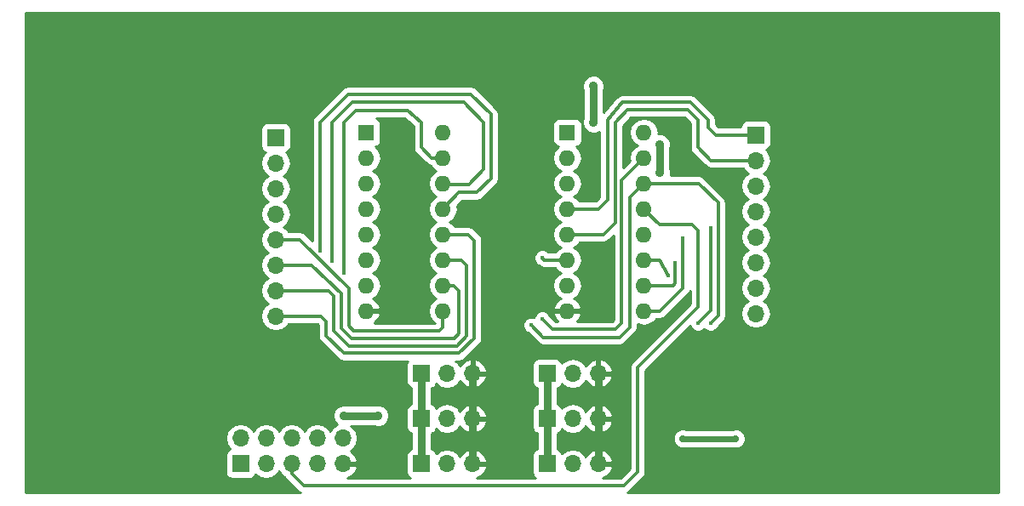
<source format=gbl>
G04 #@! TF.FileFunction,Copper,L2,Bot,Signal*
%FSLAX46Y46*%
G04 Gerber Fmt 4.6, Leading zero omitted, Abs format (unit mm)*
G04 Created by KiCad (PCBNEW 4.0.7) date 10/28/18 02:33:58*
%MOMM*%
%LPD*%
G01*
G04 APERTURE LIST*
%ADD10C,0.100000*%
%ADD11R,1.600000X1.600000*%
%ADD12O,1.600000X1.600000*%
%ADD13R,1.700000X1.700000*%
%ADD14O,1.700000X1.700000*%
%ADD15C,0.900000*%
%ADD16C,0.400000*%
%ADD17C,0.700000*%
%ADD18C,0.800000*%
%ADD19C,0.300000*%
%ADD20C,0.250000*%
%ADD21C,0.600000*%
%ADD22C,0.254000*%
G04 APERTURE END LIST*
D10*
D11*
X148500000Y-98500000D03*
D12*
X156120000Y-116280000D03*
X148500000Y-101040000D03*
X156120000Y-113740000D03*
X148500000Y-103580000D03*
X156120000Y-111200000D03*
X148500000Y-106120000D03*
X156120000Y-108660000D03*
X148500000Y-108660000D03*
X156120000Y-106120000D03*
X148500000Y-111200000D03*
X156120000Y-103580000D03*
X148500000Y-113740000D03*
X156120000Y-101040000D03*
X148500000Y-116280000D03*
X156120000Y-98500000D03*
D13*
X166500000Y-122500000D03*
D14*
X169040000Y-122500000D03*
X171580000Y-122500000D03*
D13*
X166500000Y-127000000D03*
D14*
X169040000Y-127000000D03*
X171580000Y-127000000D03*
D13*
X166500000Y-131500000D03*
D14*
X169040000Y-131500000D03*
X171580000Y-131500000D03*
D13*
X187250000Y-98750000D03*
D14*
X187250000Y-101290000D03*
X187250000Y-103830000D03*
X187250000Y-106370000D03*
X187250000Y-108910000D03*
X187250000Y-111450000D03*
X187250000Y-113990000D03*
X187250000Y-116530000D03*
D13*
X139500000Y-99000000D03*
D14*
X139500000Y-101540000D03*
X139500000Y-104080000D03*
X139500000Y-106620000D03*
X139500000Y-109160000D03*
X139500000Y-111700000D03*
X139500000Y-114240000D03*
X139500000Y-116780000D03*
D11*
X168500000Y-98500000D03*
D12*
X176120000Y-116280000D03*
X168500000Y-101040000D03*
X176120000Y-113740000D03*
X168500000Y-103580000D03*
X176120000Y-111200000D03*
X168500000Y-106120000D03*
X176120000Y-108660000D03*
X168500000Y-108660000D03*
X176120000Y-106120000D03*
X168500000Y-111200000D03*
X176120000Y-103580000D03*
X168500000Y-113740000D03*
X176120000Y-101040000D03*
X168500000Y-116280000D03*
X176120000Y-98500000D03*
D13*
X136000000Y-131500000D03*
D14*
X136000000Y-128960000D03*
X138540000Y-131500000D03*
X138540000Y-128960000D03*
X141080000Y-131500000D03*
X141080000Y-128960000D03*
X143620000Y-131500000D03*
X143620000Y-128960000D03*
X146160000Y-131500000D03*
X146160000Y-128960000D03*
D13*
X154000000Y-122500000D03*
D14*
X156540000Y-122500000D03*
X159080000Y-122500000D03*
D13*
X154000000Y-127000000D03*
D14*
X156540000Y-127000000D03*
X159080000Y-127000000D03*
D13*
X154000000Y-131500000D03*
D14*
X156540000Y-131500000D03*
X159080000Y-131500000D03*
D15*
X171100000Y-93900000D03*
X171100000Y-97500000D03*
X146300000Y-126700000D03*
X149700000Y-126700000D03*
X177700000Y-99700000D03*
X177700000Y-102500000D03*
X149500000Y-124100000D03*
X179800000Y-101700000D03*
X162750000Y-100250000D03*
X134700000Y-91300000D03*
X191750000Y-91000000D03*
X193000000Y-130750000D03*
X193000000Y-127500000D03*
X196500000Y-126750000D03*
X196500000Y-121750000D03*
X196500000Y-116750000D03*
X196500000Y-111750000D03*
X196500000Y-106750000D03*
X196500000Y-101750000D03*
X196500000Y-91750000D03*
X196500000Y-96750000D03*
X130750000Y-125000000D03*
X130750000Y-120000000D03*
X130750000Y-115000000D03*
X130750000Y-110000000D03*
X130750000Y-105000000D03*
X130750000Y-100000000D03*
X130750000Y-95000000D03*
X130750000Y-90250000D03*
D16*
X146300000Y-112500000D03*
X166000000Y-117100000D03*
X182750000Y-108000000D03*
X181500000Y-117500000D03*
X145100000Y-111300000D03*
X164900000Y-117700000D03*
X182750000Y-117500000D03*
X166000000Y-111000000D03*
X180000000Y-109000000D03*
X179250000Y-111500000D03*
X178500000Y-112750000D03*
X143900000Y-110300000D03*
D17*
X185250000Y-129000000D03*
X180000000Y-129000000D03*
D18*
X171100000Y-97500000D02*
X171100000Y-93900000D01*
X146300000Y-126700000D02*
X149700000Y-126700000D01*
X177700000Y-102500000D02*
X177700000Y-99700000D01*
X154000000Y-131500000D02*
X154000000Y-127000000D01*
X166500000Y-131500000D02*
X166500000Y-127000000D01*
X166500000Y-122500000D02*
X166500000Y-127000000D01*
X154000000Y-122500000D02*
X154000000Y-127000000D01*
X171580000Y-127000000D02*
X171580000Y-131500000D01*
X171580000Y-122500000D02*
X171580000Y-127000000D01*
X159080000Y-127000000D02*
X159080000Y-131500000D01*
X159080000Y-122500000D02*
X159080000Y-127000000D01*
D19*
X153984726Y-97517421D02*
X153984726Y-99984726D01*
X146300000Y-112500000D02*
X146300000Y-97500000D01*
X146300000Y-97500000D02*
X147500000Y-96300000D01*
X147500000Y-96300000D02*
X152597846Y-96301464D01*
X152597846Y-96301464D02*
X153984726Y-97517421D01*
X155040000Y-101040000D02*
X156120000Y-101040000D01*
X153984726Y-99984726D02*
X155040000Y-101040000D01*
X166000000Y-117100000D02*
X167000000Y-118100000D01*
X167000000Y-118100000D02*
X173300000Y-118100000D01*
X173300000Y-118100000D02*
X173900000Y-117500000D01*
X173900000Y-117500000D02*
X173900000Y-103260000D01*
X173900000Y-103260000D02*
X176120000Y-101040000D01*
X182750000Y-116250000D02*
X182750000Y-108000000D01*
X181500000Y-117500000D02*
X182750000Y-116250000D01*
X156240000Y-103700000D02*
X158700000Y-103700000D01*
X160169649Y-102210266D02*
X158700000Y-103700000D01*
X160201227Y-97492059D02*
X160169649Y-102210266D01*
X158250000Y-95500000D02*
X160201227Y-97492059D01*
X147100000Y-95500000D02*
X158250000Y-95500000D01*
X145100000Y-97500000D02*
X147100000Y-95500000D01*
X145100000Y-97900000D02*
X145100000Y-97500000D01*
X145100000Y-111300000D02*
X145100000Y-97900000D01*
X156240000Y-103700000D02*
X156120000Y-103580000D01*
X174700000Y-105000000D02*
X176120000Y-103580000D01*
X174700000Y-117900000D02*
X174700000Y-105000000D01*
X173700000Y-118900000D02*
X174700000Y-117900000D01*
X166100000Y-118900000D02*
X173700000Y-118900000D01*
X164900000Y-117700000D02*
X166100000Y-118900000D01*
X182750000Y-117500000D02*
X183500000Y-116750000D01*
X183500000Y-116750000D02*
X183500000Y-105500000D01*
X183500000Y-105500000D02*
X181580000Y-103580000D01*
X181580000Y-103580000D02*
X176120000Y-103580000D01*
D20*
X176080000Y-103580000D02*
X176120000Y-103580000D01*
D19*
X187250000Y-98750000D02*
X183250000Y-98750000D01*
X171630000Y-106120000D02*
X168500000Y-106120000D01*
X172500000Y-105250000D02*
X171630000Y-106120000D01*
X172500000Y-97250000D02*
X172500000Y-105250000D01*
X174000000Y-95500000D02*
X172500000Y-97250000D01*
X180750000Y-95500000D02*
X174000000Y-95500000D01*
X182500000Y-97250000D02*
X180750000Y-95500000D01*
X182500000Y-98000000D02*
X182500000Y-97250000D01*
X183250000Y-98750000D02*
X182500000Y-98000000D01*
X187250000Y-101290000D02*
X182790000Y-101290000D01*
X172090000Y-108660000D02*
X168500000Y-108660000D01*
X173250000Y-107500000D02*
X172090000Y-108660000D01*
X173250000Y-97500000D02*
X173250000Y-107500000D01*
X174500000Y-96250000D02*
X173250000Y-97500000D01*
X180500000Y-96250000D02*
X174500000Y-96250000D01*
X181500000Y-97250000D02*
X180500000Y-96250000D01*
X181500000Y-100000000D02*
X181500000Y-97250000D01*
X182790000Y-101290000D02*
X181500000Y-100000000D01*
X166200000Y-111200000D02*
X168500000Y-111200000D01*
X166000000Y-111000000D02*
X166200000Y-111200000D01*
X177720000Y-116280000D02*
X176120000Y-116280000D01*
X180000000Y-114000000D02*
X177720000Y-116280000D01*
X180000000Y-109250000D02*
X180000000Y-114000000D01*
X180000000Y-109000000D02*
X180000000Y-109250000D01*
X179010000Y-113740000D02*
X176120000Y-113740000D01*
X179250000Y-113500000D02*
X179010000Y-113740000D01*
X179250000Y-111500000D02*
X179250000Y-113500000D01*
X177700000Y-111200000D02*
X176870000Y-111200000D01*
X178500000Y-112750000D02*
X177700000Y-111200000D01*
X139500000Y-109160000D02*
X141910000Y-109160000D01*
X156120000Y-117880000D02*
X156120000Y-116280000D01*
X155750000Y-118250000D02*
X156120000Y-117880000D01*
X147250000Y-118250000D02*
X155750000Y-118250000D01*
X146750000Y-117750000D02*
X147250000Y-118250000D01*
X146750000Y-114000000D02*
X146750000Y-117750000D01*
X141910000Y-109160000D02*
X146750000Y-114000000D01*
X139500000Y-111700000D02*
X143100000Y-111700000D01*
X157240000Y-113740000D02*
X156120000Y-113740000D01*
X157750000Y-114250000D02*
X157240000Y-113740000D01*
X157750000Y-118500000D02*
X157750000Y-114250000D01*
X157250000Y-119000000D02*
X157750000Y-118500000D01*
X147000000Y-119000000D02*
X157250000Y-119000000D01*
X146000000Y-118000000D02*
X147000000Y-119000000D01*
X146000000Y-114500000D02*
X146000000Y-118000000D01*
X143100000Y-111700000D02*
X146000000Y-114500000D01*
D20*
X139500000Y-111700000D02*
X139500000Y-112250000D01*
D19*
X139500000Y-114240000D02*
X144740000Y-114240000D01*
X157950000Y-111200000D02*
X156120000Y-111200000D01*
X158500000Y-111750000D02*
X157950000Y-111200000D01*
X158500000Y-118750000D02*
X158500000Y-111750000D01*
X157500000Y-119750000D02*
X158500000Y-118750000D01*
X146750000Y-119750000D02*
X157500000Y-119750000D01*
X145250000Y-118250000D02*
X146750000Y-119750000D01*
X145250000Y-114750000D02*
X145250000Y-118250000D01*
X144740000Y-114240000D02*
X145250000Y-114750000D01*
D20*
X139500000Y-114240000D02*
X139990000Y-114240000D01*
D19*
X139500000Y-116780000D02*
X143970000Y-116780000D01*
X158660000Y-108660000D02*
X156120000Y-108660000D01*
X159250000Y-109250000D02*
X158660000Y-108660000D01*
X159250000Y-119000000D02*
X159250000Y-109250000D01*
X157750000Y-120500000D02*
X159250000Y-119000000D01*
X146250000Y-120500000D02*
X157750000Y-120500000D01*
X144500000Y-118750000D02*
X146250000Y-120500000D01*
X144500000Y-117310000D02*
X144500000Y-118750000D01*
X143970000Y-116780000D02*
X144500000Y-117310000D01*
X141080000Y-131500000D02*
X141080000Y-132480000D01*
X177700000Y-107700000D02*
X176120000Y-106120000D01*
X180900000Y-107700000D02*
X177700000Y-107700000D01*
X181500000Y-108300000D02*
X180900000Y-107700000D01*
X181500000Y-115900000D02*
X181500000Y-108300000D01*
X175500000Y-121900000D02*
X181500000Y-115900000D01*
X175500000Y-132300000D02*
X175500000Y-121900000D01*
X174100000Y-133700000D02*
X175500000Y-132300000D01*
X142300000Y-133700000D02*
X174100000Y-133700000D01*
X141080000Y-132480000D02*
X142300000Y-133700000D01*
X157740000Y-104500000D02*
X156120000Y-106120000D01*
X159500000Y-104500000D02*
X157740000Y-104500000D01*
X160900000Y-103100000D02*
X159500000Y-104500000D01*
X160900000Y-96700000D02*
X160900000Y-103100000D01*
X158900000Y-94700000D02*
X160900000Y-96700000D01*
X146700000Y-94700000D02*
X158900000Y-94700000D01*
X143900000Y-97500000D02*
X146700000Y-94700000D01*
X143900000Y-110300000D02*
X143900000Y-97500000D01*
D21*
X180000000Y-129000000D02*
X185250000Y-129000000D01*
D22*
G36*
X211373000Y-134373000D02*
X174478597Y-134373000D01*
X174655079Y-134255079D01*
X176055079Y-132855079D01*
X176225245Y-132600407D01*
X176285000Y-132300000D01*
X176285000Y-129195069D01*
X179014830Y-129195069D01*
X179164471Y-129557229D01*
X179441314Y-129834555D01*
X179803212Y-129984828D01*
X180195069Y-129985170D01*
X180316490Y-129935000D01*
X184933213Y-129935000D01*
X185053212Y-129984828D01*
X185445069Y-129985170D01*
X185807229Y-129835529D01*
X186084555Y-129558686D01*
X186234828Y-129196788D01*
X186235170Y-128804931D01*
X186085529Y-128442771D01*
X185808686Y-128165445D01*
X185446788Y-128015172D01*
X185054931Y-128014830D01*
X184933510Y-128065000D01*
X180316787Y-128065000D01*
X180196788Y-128015172D01*
X179804931Y-128014830D01*
X179442771Y-128164471D01*
X179165445Y-128441314D01*
X179015172Y-128803212D01*
X179014830Y-129195069D01*
X176285000Y-129195069D01*
X176285000Y-122225158D01*
X180717466Y-117792692D01*
X180791708Y-117972372D01*
X181026393Y-118207466D01*
X181333179Y-118334855D01*
X181665363Y-118335145D01*
X181972372Y-118208292D01*
X182125060Y-118055869D01*
X182276393Y-118207466D01*
X182583179Y-118334855D01*
X182915363Y-118335145D01*
X183222372Y-118208292D01*
X183457466Y-117973607D01*
X183507822Y-117852336D01*
X184055079Y-117305079D01*
X184225245Y-117050407D01*
X184285000Y-116750000D01*
X184285000Y-105500000D01*
X184245298Y-105300407D01*
X184225245Y-105199593D01*
X184055079Y-104944921D01*
X182135079Y-103024921D01*
X181880407Y-102854755D01*
X181580000Y-102795000D01*
X178752326Y-102795000D01*
X178784811Y-102716767D01*
X178785188Y-102285127D01*
X178735000Y-102163663D01*
X178735000Y-100036725D01*
X178784811Y-99916767D01*
X178785188Y-99485127D01*
X178620354Y-99086200D01*
X178315405Y-98780718D01*
X177916767Y-98615189D01*
X177560262Y-98614878D01*
X177583113Y-98500000D01*
X177473880Y-97950849D01*
X177162811Y-97485302D01*
X176697264Y-97174233D01*
X176148113Y-97065000D01*
X176091887Y-97065000D01*
X175542736Y-97174233D01*
X175077189Y-97485302D01*
X174766120Y-97950849D01*
X174656887Y-98500000D01*
X174766120Y-99049151D01*
X175077189Y-99514698D01*
X175459275Y-99770000D01*
X175077189Y-100025302D01*
X174766120Y-100490849D01*
X174656887Y-101040000D01*
X174715446Y-101334396D01*
X174035000Y-102014842D01*
X174035000Y-97825158D01*
X174825158Y-97035000D01*
X180174842Y-97035000D01*
X180715000Y-97575158D01*
X180715000Y-100000000D01*
X180774755Y-100300407D01*
X180944921Y-100555079D01*
X182234919Y-101845076D01*
X182234921Y-101845079D01*
X182489594Y-102015245D01*
X182790000Y-102075000D01*
X185993750Y-102075000D01*
X186170853Y-102340054D01*
X186500026Y-102560000D01*
X186170853Y-102779946D01*
X185848946Y-103261715D01*
X185735907Y-103830000D01*
X185848946Y-104398285D01*
X186170853Y-104880054D01*
X186500026Y-105100000D01*
X186170853Y-105319946D01*
X185848946Y-105801715D01*
X185735907Y-106370000D01*
X185848946Y-106938285D01*
X186170853Y-107420054D01*
X186500026Y-107640000D01*
X186170853Y-107859946D01*
X185848946Y-108341715D01*
X185735907Y-108910000D01*
X185848946Y-109478285D01*
X186170853Y-109960054D01*
X186500026Y-110180000D01*
X186170853Y-110399946D01*
X185848946Y-110881715D01*
X185735907Y-111450000D01*
X185848946Y-112018285D01*
X186170853Y-112500054D01*
X186500026Y-112720000D01*
X186170853Y-112939946D01*
X185848946Y-113421715D01*
X185735907Y-113990000D01*
X185848946Y-114558285D01*
X186170853Y-115040054D01*
X186500026Y-115260000D01*
X186170853Y-115479946D01*
X185848946Y-115961715D01*
X185735907Y-116530000D01*
X185848946Y-117098285D01*
X186170853Y-117580054D01*
X186652622Y-117901961D01*
X187220907Y-118015000D01*
X187279093Y-118015000D01*
X187847378Y-117901961D01*
X188329147Y-117580054D01*
X188651054Y-117098285D01*
X188764093Y-116530000D01*
X188651054Y-115961715D01*
X188329147Y-115479946D01*
X187999974Y-115260000D01*
X188329147Y-115040054D01*
X188651054Y-114558285D01*
X188764093Y-113990000D01*
X188651054Y-113421715D01*
X188329147Y-112939946D01*
X187999974Y-112720000D01*
X188329147Y-112500054D01*
X188651054Y-112018285D01*
X188764093Y-111450000D01*
X188651054Y-110881715D01*
X188329147Y-110399946D01*
X187999974Y-110180000D01*
X188329147Y-109960054D01*
X188651054Y-109478285D01*
X188764093Y-108910000D01*
X188651054Y-108341715D01*
X188329147Y-107859946D01*
X187999974Y-107640000D01*
X188329147Y-107420054D01*
X188651054Y-106938285D01*
X188764093Y-106370000D01*
X188651054Y-105801715D01*
X188329147Y-105319946D01*
X187999974Y-105100000D01*
X188329147Y-104880054D01*
X188651054Y-104398285D01*
X188764093Y-103830000D01*
X188651054Y-103261715D01*
X188329147Y-102779946D01*
X187999974Y-102560000D01*
X188329147Y-102340054D01*
X188651054Y-101858285D01*
X188764093Y-101290000D01*
X188651054Y-100721715D01*
X188329147Y-100239946D01*
X188287548Y-100212150D01*
X188335317Y-100203162D01*
X188551441Y-100064090D01*
X188696431Y-99851890D01*
X188747440Y-99600000D01*
X188747440Y-97900000D01*
X188703162Y-97664683D01*
X188564090Y-97448559D01*
X188351890Y-97303569D01*
X188100000Y-97252560D01*
X186400000Y-97252560D01*
X186164683Y-97296838D01*
X185948559Y-97435910D01*
X185803569Y-97648110D01*
X185752560Y-97900000D01*
X185752560Y-97965000D01*
X183575158Y-97965000D01*
X183285000Y-97674842D01*
X183285000Y-97250000D01*
X183225245Y-96949594D01*
X183055079Y-96694921D01*
X181305079Y-94944921D01*
X181050407Y-94774755D01*
X180750000Y-94715000D01*
X174000000Y-94715000D01*
X173970081Y-94720951D01*
X173939793Y-94717312D01*
X173820796Y-94750646D01*
X173699594Y-94774755D01*
X173674228Y-94791704D01*
X173644855Y-94799932D01*
X173547677Y-94876262D01*
X173444921Y-94944921D01*
X173427973Y-94970286D01*
X173403983Y-94989129D01*
X172135000Y-96469610D01*
X172135000Y-94236725D01*
X172184811Y-94116767D01*
X172185188Y-93685127D01*
X172020354Y-93286200D01*
X171715405Y-92980718D01*
X171316767Y-92815189D01*
X170885127Y-92814812D01*
X170486200Y-92979646D01*
X170180718Y-93284595D01*
X170015189Y-93683233D01*
X170014812Y-94114873D01*
X170065000Y-94236337D01*
X170065000Y-97163275D01*
X170015189Y-97283233D01*
X170014812Y-97714873D01*
X170179646Y-98113800D01*
X170484595Y-98419282D01*
X170883233Y-98584811D01*
X171314873Y-98585188D01*
X171713800Y-98420354D01*
X171715000Y-98419156D01*
X171715000Y-104924842D01*
X171304842Y-105335000D01*
X169696291Y-105335000D01*
X169542811Y-105105302D01*
X169160725Y-104850000D01*
X169542811Y-104594698D01*
X169853880Y-104129151D01*
X169963113Y-103580000D01*
X169853880Y-103030849D01*
X169542811Y-102565302D01*
X169160725Y-102310000D01*
X169542811Y-102054698D01*
X169853880Y-101589151D01*
X169963113Y-101040000D01*
X169853880Y-100490849D01*
X169542811Y-100025302D01*
X169398535Y-99928899D01*
X169535317Y-99903162D01*
X169751441Y-99764090D01*
X169896431Y-99551890D01*
X169947440Y-99300000D01*
X169947440Y-97700000D01*
X169903162Y-97464683D01*
X169764090Y-97248559D01*
X169551890Y-97103569D01*
X169300000Y-97052560D01*
X167700000Y-97052560D01*
X167464683Y-97096838D01*
X167248559Y-97235910D01*
X167103569Y-97448110D01*
X167052560Y-97700000D01*
X167052560Y-99300000D01*
X167096838Y-99535317D01*
X167235910Y-99751441D01*
X167448110Y-99896431D01*
X167603089Y-99927815D01*
X167457189Y-100025302D01*
X167146120Y-100490849D01*
X167036887Y-101040000D01*
X167146120Y-101589151D01*
X167457189Y-102054698D01*
X167839275Y-102310000D01*
X167457189Y-102565302D01*
X167146120Y-103030849D01*
X167036887Y-103580000D01*
X167146120Y-104129151D01*
X167457189Y-104594698D01*
X167839275Y-104850000D01*
X167457189Y-105105302D01*
X167146120Y-105570849D01*
X167036887Y-106120000D01*
X167146120Y-106669151D01*
X167457189Y-107134698D01*
X167839275Y-107390000D01*
X167457189Y-107645302D01*
X167146120Y-108110849D01*
X167036887Y-108660000D01*
X167146120Y-109209151D01*
X167457189Y-109674698D01*
X167839275Y-109930000D01*
X167457189Y-110185302D01*
X167303709Y-110415000D01*
X166595860Y-110415000D01*
X166473607Y-110292534D01*
X166166821Y-110165145D01*
X165834637Y-110164855D01*
X165527628Y-110291708D01*
X165292534Y-110526393D01*
X165165145Y-110833179D01*
X165164855Y-111165363D01*
X165291708Y-111472372D01*
X165526393Y-111707466D01*
X165651263Y-111759317D01*
X165899594Y-111925245D01*
X166200000Y-111985000D01*
X167303709Y-111985000D01*
X167457189Y-112214698D01*
X167839275Y-112470000D01*
X167457189Y-112725302D01*
X167146120Y-113190849D01*
X167036887Y-113740000D01*
X167146120Y-114289151D01*
X167457189Y-114754698D01*
X167861703Y-115024986D01*
X167644866Y-115127611D01*
X167268959Y-115542577D01*
X167108096Y-115930961D01*
X167230085Y-116153000D01*
X168373000Y-116153000D01*
X168373000Y-116133000D01*
X168627000Y-116133000D01*
X168627000Y-116153000D01*
X169769915Y-116153000D01*
X169891904Y-115930961D01*
X169731041Y-115542577D01*
X169355134Y-115127611D01*
X169138297Y-115024986D01*
X169542811Y-114754698D01*
X169853880Y-114289151D01*
X169963113Y-113740000D01*
X169853880Y-113190849D01*
X169542811Y-112725302D01*
X169160725Y-112470000D01*
X169542811Y-112214698D01*
X169853880Y-111749151D01*
X169963113Y-111200000D01*
X169853880Y-110650849D01*
X169542811Y-110185302D01*
X169160725Y-109930000D01*
X169542811Y-109674698D01*
X169696291Y-109445000D01*
X172090000Y-109445000D01*
X172390407Y-109385245D01*
X172645079Y-109215079D01*
X173115000Y-108745158D01*
X173115000Y-117174842D01*
X172974842Y-117315000D01*
X169461474Y-117315000D01*
X169731041Y-117017423D01*
X169891904Y-116629039D01*
X169769915Y-116407000D01*
X168627000Y-116407000D01*
X168627000Y-116427000D01*
X168373000Y-116427000D01*
X168373000Y-116407000D01*
X167230085Y-116407000D01*
X167108096Y-116629039D01*
X167268959Y-117017423D01*
X167538526Y-117315000D01*
X167325158Y-117315000D01*
X166757937Y-116747779D01*
X166708292Y-116627628D01*
X166473607Y-116392534D01*
X166166821Y-116265145D01*
X165834637Y-116264855D01*
X165527628Y-116391708D01*
X165292534Y-116626393D01*
X165174781Y-116909974D01*
X165066821Y-116865145D01*
X164734637Y-116864855D01*
X164427628Y-116991708D01*
X164192534Y-117226393D01*
X164065145Y-117533179D01*
X164064855Y-117865363D01*
X164191708Y-118172372D01*
X164426393Y-118407466D01*
X164547664Y-118457822D01*
X165544921Y-119455079D01*
X165799593Y-119625245D01*
X166100000Y-119685000D01*
X173700000Y-119685000D01*
X174000407Y-119625245D01*
X174255079Y-119455079D01*
X175255079Y-118455079D01*
X175425245Y-118200406D01*
X175485001Y-117900000D01*
X175485000Y-117899995D01*
X175485000Y-117567189D01*
X175542736Y-117605767D01*
X176091887Y-117715000D01*
X176148113Y-117715000D01*
X176697264Y-117605767D01*
X177162811Y-117294698D01*
X177316291Y-117065000D01*
X177720000Y-117065000D01*
X178020407Y-117005245D01*
X178275079Y-116835079D01*
X180555079Y-114555079D01*
X180715000Y-114315739D01*
X180715000Y-115574842D01*
X174944921Y-121344921D01*
X174774755Y-121599593D01*
X174741228Y-121768144D01*
X174715000Y-121900000D01*
X174715000Y-131974842D01*
X173774842Y-132915000D01*
X172000813Y-132915000D01*
X172346924Y-132771645D01*
X172775183Y-132381358D01*
X173021486Y-131856892D01*
X172900819Y-131627000D01*
X171707000Y-131627000D01*
X171707000Y-131647000D01*
X171453000Y-131647000D01*
X171453000Y-131627000D01*
X171433000Y-131627000D01*
X171433000Y-131373000D01*
X171453000Y-131373000D01*
X171453000Y-130179845D01*
X171707000Y-130179845D01*
X171707000Y-131373000D01*
X172900819Y-131373000D01*
X173021486Y-131143108D01*
X172775183Y-130618642D01*
X172346924Y-130228355D01*
X171936890Y-130058524D01*
X171707000Y-130179845D01*
X171453000Y-130179845D01*
X171223110Y-130058524D01*
X170813076Y-130228355D01*
X170384817Y-130618642D01*
X170317702Y-130761553D01*
X170090054Y-130420853D01*
X169608285Y-130098946D01*
X169040000Y-129985907D01*
X168471715Y-130098946D01*
X167989946Y-130420853D01*
X167962150Y-130462452D01*
X167953162Y-130414683D01*
X167814090Y-130198559D01*
X167601890Y-130053569D01*
X167535000Y-130040023D01*
X167535000Y-128462630D01*
X167585317Y-128453162D01*
X167801441Y-128314090D01*
X167946431Y-128101890D01*
X167960086Y-128034459D01*
X167989946Y-128079147D01*
X168471715Y-128401054D01*
X169040000Y-128514093D01*
X169608285Y-128401054D01*
X170090054Y-128079147D01*
X170317702Y-127738447D01*
X170384817Y-127881358D01*
X170813076Y-128271645D01*
X171223110Y-128441476D01*
X171453000Y-128320155D01*
X171453000Y-127127000D01*
X171707000Y-127127000D01*
X171707000Y-128320155D01*
X171936890Y-128441476D01*
X172346924Y-128271645D01*
X172775183Y-127881358D01*
X173021486Y-127356892D01*
X172900819Y-127127000D01*
X171707000Y-127127000D01*
X171453000Y-127127000D01*
X171433000Y-127127000D01*
X171433000Y-126873000D01*
X171453000Y-126873000D01*
X171453000Y-125679845D01*
X171707000Y-125679845D01*
X171707000Y-126873000D01*
X172900819Y-126873000D01*
X173021486Y-126643108D01*
X172775183Y-126118642D01*
X172346924Y-125728355D01*
X171936890Y-125558524D01*
X171707000Y-125679845D01*
X171453000Y-125679845D01*
X171223110Y-125558524D01*
X170813076Y-125728355D01*
X170384817Y-126118642D01*
X170317702Y-126261553D01*
X170090054Y-125920853D01*
X169608285Y-125598946D01*
X169040000Y-125485907D01*
X168471715Y-125598946D01*
X167989946Y-125920853D01*
X167962150Y-125962452D01*
X167953162Y-125914683D01*
X167814090Y-125698559D01*
X167601890Y-125553569D01*
X167535000Y-125540023D01*
X167535000Y-123962630D01*
X167585317Y-123953162D01*
X167801441Y-123814090D01*
X167946431Y-123601890D01*
X167960086Y-123534459D01*
X167989946Y-123579147D01*
X168471715Y-123901054D01*
X169040000Y-124014093D01*
X169608285Y-123901054D01*
X170090054Y-123579147D01*
X170317702Y-123238447D01*
X170384817Y-123381358D01*
X170813076Y-123771645D01*
X171223110Y-123941476D01*
X171453000Y-123820155D01*
X171453000Y-122627000D01*
X171707000Y-122627000D01*
X171707000Y-123820155D01*
X171936890Y-123941476D01*
X172346924Y-123771645D01*
X172775183Y-123381358D01*
X173021486Y-122856892D01*
X172900819Y-122627000D01*
X171707000Y-122627000D01*
X171453000Y-122627000D01*
X171433000Y-122627000D01*
X171433000Y-122373000D01*
X171453000Y-122373000D01*
X171453000Y-121179845D01*
X171707000Y-121179845D01*
X171707000Y-122373000D01*
X172900819Y-122373000D01*
X173021486Y-122143108D01*
X172775183Y-121618642D01*
X172346924Y-121228355D01*
X171936890Y-121058524D01*
X171707000Y-121179845D01*
X171453000Y-121179845D01*
X171223110Y-121058524D01*
X170813076Y-121228355D01*
X170384817Y-121618642D01*
X170317702Y-121761553D01*
X170090054Y-121420853D01*
X169608285Y-121098946D01*
X169040000Y-120985907D01*
X168471715Y-121098946D01*
X167989946Y-121420853D01*
X167962150Y-121462452D01*
X167953162Y-121414683D01*
X167814090Y-121198559D01*
X167601890Y-121053569D01*
X167350000Y-121002560D01*
X165650000Y-121002560D01*
X165414683Y-121046838D01*
X165198559Y-121185910D01*
X165053569Y-121398110D01*
X165002560Y-121650000D01*
X165002560Y-123350000D01*
X165046838Y-123585317D01*
X165185910Y-123801441D01*
X165398110Y-123946431D01*
X165465000Y-123959977D01*
X165465000Y-125537370D01*
X165414683Y-125546838D01*
X165198559Y-125685910D01*
X165053569Y-125898110D01*
X165002560Y-126150000D01*
X165002560Y-127850000D01*
X165046838Y-128085317D01*
X165185910Y-128301441D01*
X165398110Y-128446431D01*
X165465000Y-128459977D01*
X165465000Y-130037370D01*
X165414683Y-130046838D01*
X165198559Y-130185910D01*
X165053569Y-130398110D01*
X165002560Y-130650000D01*
X165002560Y-132350000D01*
X165046838Y-132585317D01*
X165185910Y-132801441D01*
X165352109Y-132915000D01*
X159500813Y-132915000D01*
X159846924Y-132771645D01*
X160275183Y-132381358D01*
X160521486Y-131856892D01*
X160400819Y-131627000D01*
X159207000Y-131627000D01*
X159207000Y-131647000D01*
X158953000Y-131647000D01*
X158953000Y-131627000D01*
X158933000Y-131627000D01*
X158933000Y-131373000D01*
X158953000Y-131373000D01*
X158953000Y-130179845D01*
X159207000Y-130179845D01*
X159207000Y-131373000D01*
X160400819Y-131373000D01*
X160521486Y-131143108D01*
X160275183Y-130618642D01*
X159846924Y-130228355D01*
X159436890Y-130058524D01*
X159207000Y-130179845D01*
X158953000Y-130179845D01*
X158723110Y-130058524D01*
X158313076Y-130228355D01*
X157884817Y-130618642D01*
X157817702Y-130761553D01*
X157590054Y-130420853D01*
X157108285Y-130098946D01*
X156540000Y-129985907D01*
X155971715Y-130098946D01*
X155489946Y-130420853D01*
X155462150Y-130462452D01*
X155453162Y-130414683D01*
X155314090Y-130198559D01*
X155101890Y-130053569D01*
X155035000Y-130040023D01*
X155035000Y-128462630D01*
X155085317Y-128453162D01*
X155301441Y-128314090D01*
X155446431Y-128101890D01*
X155460086Y-128034459D01*
X155489946Y-128079147D01*
X155971715Y-128401054D01*
X156540000Y-128514093D01*
X157108285Y-128401054D01*
X157590054Y-128079147D01*
X157817702Y-127738447D01*
X157884817Y-127881358D01*
X158313076Y-128271645D01*
X158723110Y-128441476D01*
X158953000Y-128320155D01*
X158953000Y-127127000D01*
X159207000Y-127127000D01*
X159207000Y-128320155D01*
X159436890Y-128441476D01*
X159846924Y-128271645D01*
X160275183Y-127881358D01*
X160521486Y-127356892D01*
X160400819Y-127127000D01*
X159207000Y-127127000D01*
X158953000Y-127127000D01*
X158933000Y-127127000D01*
X158933000Y-126873000D01*
X158953000Y-126873000D01*
X158953000Y-125679845D01*
X159207000Y-125679845D01*
X159207000Y-126873000D01*
X160400819Y-126873000D01*
X160521486Y-126643108D01*
X160275183Y-126118642D01*
X159846924Y-125728355D01*
X159436890Y-125558524D01*
X159207000Y-125679845D01*
X158953000Y-125679845D01*
X158723110Y-125558524D01*
X158313076Y-125728355D01*
X157884817Y-126118642D01*
X157817702Y-126261553D01*
X157590054Y-125920853D01*
X157108285Y-125598946D01*
X156540000Y-125485907D01*
X155971715Y-125598946D01*
X155489946Y-125920853D01*
X155462150Y-125962452D01*
X155453162Y-125914683D01*
X155314090Y-125698559D01*
X155101890Y-125553569D01*
X155035000Y-125540023D01*
X155035000Y-123962630D01*
X155085317Y-123953162D01*
X155301441Y-123814090D01*
X155446431Y-123601890D01*
X155460086Y-123534459D01*
X155489946Y-123579147D01*
X155971715Y-123901054D01*
X156540000Y-124014093D01*
X157108285Y-123901054D01*
X157590054Y-123579147D01*
X157817702Y-123238447D01*
X157884817Y-123381358D01*
X158313076Y-123771645D01*
X158723110Y-123941476D01*
X158953000Y-123820155D01*
X158953000Y-122627000D01*
X159207000Y-122627000D01*
X159207000Y-123820155D01*
X159436890Y-123941476D01*
X159846924Y-123771645D01*
X160275183Y-123381358D01*
X160521486Y-122856892D01*
X160400819Y-122627000D01*
X159207000Y-122627000D01*
X158953000Y-122627000D01*
X158933000Y-122627000D01*
X158933000Y-122373000D01*
X158953000Y-122373000D01*
X158953000Y-121179845D01*
X159207000Y-121179845D01*
X159207000Y-122373000D01*
X160400819Y-122373000D01*
X160521486Y-122143108D01*
X160275183Y-121618642D01*
X159846924Y-121228355D01*
X159436890Y-121058524D01*
X159207000Y-121179845D01*
X158953000Y-121179845D01*
X158723110Y-121058524D01*
X158313076Y-121228355D01*
X157884817Y-121618642D01*
X157817702Y-121761553D01*
X157590054Y-121420853D01*
X157386735Y-121285000D01*
X157750000Y-121285000D01*
X158050407Y-121225245D01*
X158305079Y-121055079D01*
X159805079Y-119555079D01*
X159975245Y-119300407D01*
X160035000Y-119000000D01*
X160035000Y-109250000D01*
X159990293Y-109025245D01*
X159975245Y-108949593D01*
X159805079Y-108694921D01*
X159215079Y-108104921D01*
X158960407Y-107934755D01*
X158660000Y-107875000D01*
X157316291Y-107875000D01*
X157162811Y-107645302D01*
X156780725Y-107390000D01*
X157162811Y-107134698D01*
X157473880Y-106669151D01*
X157583113Y-106120000D01*
X157524554Y-105825604D01*
X158065158Y-105285000D01*
X159500000Y-105285000D01*
X159800407Y-105225245D01*
X160055079Y-105055079D01*
X161455079Y-103655079D01*
X161625245Y-103400407D01*
X161685000Y-103100000D01*
X161685000Y-96700000D01*
X161625245Y-96399594D01*
X161625245Y-96399593D01*
X161455079Y-96144921D01*
X159455079Y-94144921D01*
X159200407Y-93974755D01*
X158900000Y-93915000D01*
X146700000Y-93915000D01*
X146399593Y-93974755D01*
X146144921Y-94144921D01*
X143344921Y-96944921D01*
X143174755Y-97199593D01*
X143145847Y-97344921D01*
X143115000Y-97500000D01*
X143115000Y-109254842D01*
X142465079Y-108604921D01*
X142210407Y-108434755D01*
X141910000Y-108375000D01*
X140756250Y-108375000D01*
X140579147Y-108109946D01*
X140249974Y-107890000D01*
X140579147Y-107670054D01*
X140901054Y-107188285D01*
X141014093Y-106620000D01*
X140901054Y-106051715D01*
X140579147Y-105569946D01*
X140249974Y-105350000D01*
X140579147Y-105130054D01*
X140901054Y-104648285D01*
X141014093Y-104080000D01*
X140901054Y-103511715D01*
X140579147Y-103029946D01*
X140249974Y-102810000D01*
X140579147Y-102590054D01*
X140901054Y-102108285D01*
X141014093Y-101540000D01*
X140901054Y-100971715D01*
X140579147Y-100489946D01*
X140537548Y-100462150D01*
X140585317Y-100453162D01*
X140801441Y-100314090D01*
X140946431Y-100101890D01*
X140997440Y-99850000D01*
X140997440Y-98150000D01*
X140953162Y-97914683D01*
X140814090Y-97698559D01*
X140601890Y-97553569D01*
X140350000Y-97502560D01*
X138650000Y-97502560D01*
X138414683Y-97546838D01*
X138198559Y-97685910D01*
X138053569Y-97898110D01*
X138002560Y-98150000D01*
X138002560Y-99850000D01*
X138046838Y-100085317D01*
X138185910Y-100301441D01*
X138398110Y-100446431D01*
X138465541Y-100460086D01*
X138420853Y-100489946D01*
X138098946Y-100971715D01*
X137985907Y-101540000D01*
X138098946Y-102108285D01*
X138420853Y-102590054D01*
X138750026Y-102810000D01*
X138420853Y-103029946D01*
X138098946Y-103511715D01*
X137985907Y-104080000D01*
X138098946Y-104648285D01*
X138420853Y-105130054D01*
X138750026Y-105350000D01*
X138420853Y-105569946D01*
X138098946Y-106051715D01*
X137985907Y-106620000D01*
X138098946Y-107188285D01*
X138420853Y-107670054D01*
X138750026Y-107890000D01*
X138420853Y-108109946D01*
X138098946Y-108591715D01*
X137985907Y-109160000D01*
X138098946Y-109728285D01*
X138420853Y-110210054D01*
X138750026Y-110430000D01*
X138420853Y-110649946D01*
X138098946Y-111131715D01*
X137985907Y-111700000D01*
X138098946Y-112268285D01*
X138420853Y-112750054D01*
X138750026Y-112970000D01*
X138420853Y-113189946D01*
X138098946Y-113671715D01*
X137985907Y-114240000D01*
X138098946Y-114808285D01*
X138420853Y-115290054D01*
X138750026Y-115510000D01*
X138420853Y-115729946D01*
X138098946Y-116211715D01*
X137985907Y-116780000D01*
X138098946Y-117348285D01*
X138420853Y-117830054D01*
X138902622Y-118151961D01*
X139470907Y-118265000D01*
X139529093Y-118265000D01*
X140097378Y-118151961D01*
X140579147Y-117830054D01*
X140756250Y-117565000D01*
X143644842Y-117565000D01*
X143715000Y-117635158D01*
X143715000Y-118750000D01*
X143774755Y-119050407D01*
X143944921Y-119305079D01*
X145694921Y-121055079D01*
X145949594Y-121225245D01*
X146250000Y-121285000D01*
X152630854Y-121285000D01*
X152553569Y-121398110D01*
X152502560Y-121650000D01*
X152502560Y-123350000D01*
X152546838Y-123585317D01*
X152685910Y-123801441D01*
X152898110Y-123946431D01*
X152965000Y-123959977D01*
X152965000Y-125537370D01*
X152914683Y-125546838D01*
X152698559Y-125685910D01*
X152553569Y-125898110D01*
X152502560Y-126150000D01*
X152502560Y-127850000D01*
X152546838Y-128085317D01*
X152685910Y-128301441D01*
X152898110Y-128446431D01*
X152965000Y-128459977D01*
X152965000Y-130037370D01*
X152914683Y-130046838D01*
X152698559Y-130185910D01*
X152553569Y-130398110D01*
X152502560Y-130650000D01*
X152502560Y-132350000D01*
X152546838Y-132585317D01*
X152685910Y-132801441D01*
X152852109Y-132915000D01*
X146580813Y-132915000D01*
X146926924Y-132771645D01*
X147355183Y-132381358D01*
X147601486Y-131856892D01*
X147480819Y-131627000D01*
X146287000Y-131627000D01*
X146287000Y-131647000D01*
X146033000Y-131647000D01*
X146033000Y-131627000D01*
X146013000Y-131627000D01*
X146013000Y-131373000D01*
X146033000Y-131373000D01*
X146033000Y-131353000D01*
X146287000Y-131353000D01*
X146287000Y-131373000D01*
X147480819Y-131373000D01*
X147601486Y-131143108D01*
X147355183Y-130618642D01*
X146926924Y-130228355D01*
X146926899Y-130228345D01*
X147210054Y-130039147D01*
X147531961Y-129557378D01*
X147645000Y-128989093D01*
X147645000Y-128930907D01*
X147531961Y-128362622D01*
X147210054Y-127880853D01*
X146991769Y-127735000D01*
X149363275Y-127735000D01*
X149483233Y-127784811D01*
X149914873Y-127785188D01*
X150313800Y-127620354D01*
X150619282Y-127315405D01*
X150784811Y-126916767D01*
X150785188Y-126485127D01*
X150620354Y-126086200D01*
X150315405Y-125780718D01*
X149916767Y-125615189D01*
X149485127Y-125614812D01*
X149363663Y-125665000D01*
X146636725Y-125665000D01*
X146516767Y-125615189D01*
X146085127Y-125614812D01*
X145686200Y-125779646D01*
X145380718Y-126084595D01*
X145215189Y-126483233D01*
X145214812Y-126914873D01*
X145379646Y-127313800D01*
X145618955Y-127553528D01*
X145591715Y-127558946D01*
X145109946Y-127880853D01*
X144890000Y-128210026D01*
X144670054Y-127880853D01*
X144188285Y-127558946D01*
X143620000Y-127445907D01*
X143051715Y-127558946D01*
X142569946Y-127880853D01*
X142350000Y-128210026D01*
X142130054Y-127880853D01*
X141648285Y-127558946D01*
X141080000Y-127445907D01*
X140511715Y-127558946D01*
X140029946Y-127880853D01*
X139810000Y-128210026D01*
X139590054Y-127880853D01*
X139108285Y-127558946D01*
X138540000Y-127445907D01*
X137971715Y-127558946D01*
X137489946Y-127880853D01*
X137270000Y-128210026D01*
X137050054Y-127880853D01*
X136568285Y-127558946D01*
X136000000Y-127445907D01*
X135431715Y-127558946D01*
X134949946Y-127880853D01*
X134628039Y-128362622D01*
X134515000Y-128930907D01*
X134515000Y-128989093D01*
X134628039Y-129557378D01*
X134949946Y-130039147D01*
X134951179Y-130039971D01*
X134914683Y-130046838D01*
X134698559Y-130185910D01*
X134553569Y-130398110D01*
X134502560Y-130650000D01*
X134502560Y-132350000D01*
X134546838Y-132585317D01*
X134685910Y-132801441D01*
X134898110Y-132946431D01*
X135150000Y-132997440D01*
X136850000Y-132997440D01*
X137085317Y-132953162D01*
X137301441Y-132814090D01*
X137446431Y-132601890D01*
X137460086Y-132534459D01*
X137489946Y-132579147D01*
X137971715Y-132901054D01*
X138540000Y-133014093D01*
X139108285Y-132901054D01*
X139590054Y-132579147D01*
X139810000Y-132249974D01*
X140029946Y-132579147D01*
X140373791Y-132808896D01*
X140524921Y-133035079D01*
X141744921Y-134255079D01*
X141921403Y-134373000D01*
X114627000Y-134373000D01*
X114627000Y-86627000D01*
X211373000Y-86627000D01*
X211373000Y-134373000D01*
X211373000Y-134373000D01*
G37*
X211373000Y-134373000D02*
X174478597Y-134373000D01*
X174655079Y-134255079D01*
X176055079Y-132855079D01*
X176225245Y-132600407D01*
X176285000Y-132300000D01*
X176285000Y-129195069D01*
X179014830Y-129195069D01*
X179164471Y-129557229D01*
X179441314Y-129834555D01*
X179803212Y-129984828D01*
X180195069Y-129985170D01*
X180316490Y-129935000D01*
X184933213Y-129935000D01*
X185053212Y-129984828D01*
X185445069Y-129985170D01*
X185807229Y-129835529D01*
X186084555Y-129558686D01*
X186234828Y-129196788D01*
X186235170Y-128804931D01*
X186085529Y-128442771D01*
X185808686Y-128165445D01*
X185446788Y-128015172D01*
X185054931Y-128014830D01*
X184933510Y-128065000D01*
X180316787Y-128065000D01*
X180196788Y-128015172D01*
X179804931Y-128014830D01*
X179442771Y-128164471D01*
X179165445Y-128441314D01*
X179015172Y-128803212D01*
X179014830Y-129195069D01*
X176285000Y-129195069D01*
X176285000Y-122225158D01*
X180717466Y-117792692D01*
X180791708Y-117972372D01*
X181026393Y-118207466D01*
X181333179Y-118334855D01*
X181665363Y-118335145D01*
X181972372Y-118208292D01*
X182125060Y-118055869D01*
X182276393Y-118207466D01*
X182583179Y-118334855D01*
X182915363Y-118335145D01*
X183222372Y-118208292D01*
X183457466Y-117973607D01*
X183507822Y-117852336D01*
X184055079Y-117305079D01*
X184225245Y-117050407D01*
X184285000Y-116750000D01*
X184285000Y-105500000D01*
X184245298Y-105300407D01*
X184225245Y-105199593D01*
X184055079Y-104944921D01*
X182135079Y-103024921D01*
X181880407Y-102854755D01*
X181580000Y-102795000D01*
X178752326Y-102795000D01*
X178784811Y-102716767D01*
X178785188Y-102285127D01*
X178735000Y-102163663D01*
X178735000Y-100036725D01*
X178784811Y-99916767D01*
X178785188Y-99485127D01*
X178620354Y-99086200D01*
X178315405Y-98780718D01*
X177916767Y-98615189D01*
X177560262Y-98614878D01*
X177583113Y-98500000D01*
X177473880Y-97950849D01*
X177162811Y-97485302D01*
X176697264Y-97174233D01*
X176148113Y-97065000D01*
X176091887Y-97065000D01*
X175542736Y-97174233D01*
X175077189Y-97485302D01*
X174766120Y-97950849D01*
X174656887Y-98500000D01*
X174766120Y-99049151D01*
X175077189Y-99514698D01*
X175459275Y-99770000D01*
X175077189Y-100025302D01*
X174766120Y-100490849D01*
X174656887Y-101040000D01*
X174715446Y-101334396D01*
X174035000Y-102014842D01*
X174035000Y-97825158D01*
X174825158Y-97035000D01*
X180174842Y-97035000D01*
X180715000Y-97575158D01*
X180715000Y-100000000D01*
X180774755Y-100300407D01*
X180944921Y-100555079D01*
X182234919Y-101845076D01*
X182234921Y-101845079D01*
X182489594Y-102015245D01*
X182790000Y-102075000D01*
X185993750Y-102075000D01*
X186170853Y-102340054D01*
X186500026Y-102560000D01*
X186170853Y-102779946D01*
X185848946Y-103261715D01*
X185735907Y-103830000D01*
X185848946Y-104398285D01*
X186170853Y-104880054D01*
X186500026Y-105100000D01*
X186170853Y-105319946D01*
X185848946Y-105801715D01*
X185735907Y-106370000D01*
X185848946Y-106938285D01*
X186170853Y-107420054D01*
X186500026Y-107640000D01*
X186170853Y-107859946D01*
X185848946Y-108341715D01*
X185735907Y-108910000D01*
X185848946Y-109478285D01*
X186170853Y-109960054D01*
X186500026Y-110180000D01*
X186170853Y-110399946D01*
X185848946Y-110881715D01*
X185735907Y-111450000D01*
X185848946Y-112018285D01*
X186170853Y-112500054D01*
X186500026Y-112720000D01*
X186170853Y-112939946D01*
X185848946Y-113421715D01*
X185735907Y-113990000D01*
X185848946Y-114558285D01*
X186170853Y-115040054D01*
X186500026Y-115260000D01*
X186170853Y-115479946D01*
X185848946Y-115961715D01*
X185735907Y-116530000D01*
X185848946Y-117098285D01*
X186170853Y-117580054D01*
X186652622Y-117901961D01*
X187220907Y-118015000D01*
X187279093Y-118015000D01*
X187847378Y-117901961D01*
X188329147Y-117580054D01*
X188651054Y-117098285D01*
X188764093Y-116530000D01*
X188651054Y-115961715D01*
X188329147Y-115479946D01*
X187999974Y-115260000D01*
X188329147Y-115040054D01*
X188651054Y-114558285D01*
X188764093Y-113990000D01*
X188651054Y-113421715D01*
X188329147Y-112939946D01*
X187999974Y-112720000D01*
X188329147Y-112500054D01*
X188651054Y-112018285D01*
X188764093Y-111450000D01*
X188651054Y-110881715D01*
X188329147Y-110399946D01*
X187999974Y-110180000D01*
X188329147Y-109960054D01*
X188651054Y-109478285D01*
X188764093Y-108910000D01*
X188651054Y-108341715D01*
X188329147Y-107859946D01*
X187999974Y-107640000D01*
X188329147Y-107420054D01*
X188651054Y-106938285D01*
X188764093Y-106370000D01*
X188651054Y-105801715D01*
X188329147Y-105319946D01*
X187999974Y-105100000D01*
X188329147Y-104880054D01*
X188651054Y-104398285D01*
X188764093Y-103830000D01*
X188651054Y-103261715D01*
X188329147Y-102779946D01*
X187999974Y-102560000D01*
X188329147Y-102340054D01*
X188651054Y-101858285D01*
X188764093Y-101290000D01*
X188651054Y-100721715D01*
X188329147Y-100239946D01*
X188287548Y-100212150D01*
X188335317Y-100203162D01*
X188551441Y-100064090D01*
X188696431Y-99851890D01*
X188747440Y-99600000D01*
X188747440Y-97900000D01*
X188703162Y-97664683D01*
X188564090Y-97448559D01*
X188351890Y-97303569D01*
X188100000Y-97252560D01*
X186400000Y-97252560D01*
X186164683Y-97296838D01*
X185948559Y-97435910D01*
X185803569Y-97648110D01*
X185752560Y-97900000D01*
X185752560Y-97965000D01*
X183575158Y-97965000D01*
X183285000Y-97674842D01*
X183285000Y-97250000D01*
X183225245Y-96949594D01*
X183055079Y-96694921D01*
X181305079Y-94944921D01*
X181050407Y-94774755D01*
X180750000Y-94715000D01*
X174000000Y-94715000D01*
X173970081Y-94720951D01*
X173939793Y-94717312D01*
X173820796Y-94750646D01*
X173699594Y-94774755D01*
X173674228Y-94791704D01*
X173644855Y-94799932D01*
X173547677Y-94876262D01*
X173444921Y-94944921D01*
X173427973Y-94970286D01*
X173403983Y-94989129D01*
X172135000Y-96469610D01*
X172135000Y-94236725D01*
X172184811Y-94116767D01*
X172185188Y-93685127D01*
X172020354Y-93286200D01*
X171715405Y-92980718D01*
X171316767Y-92815189D01*
X170885127Y-92814812D01*
X170486200Y-92979646D01*
X170180718Y-93284595D01*
X170015189Y-93683233D01*
X170014812Y-94114873D01*
X170065000Y-94236337D01*
X170065000Y-97163275D01*
X170015189Y-97283233D01*
X170014812Y-97714873D01*
X170179646Y-98113800D01*
X170484595Y-98419282D01*
X170883233Y-98584811D01*
X171314873Y-98585188D01*
X171713800Y-98420354D01*
X171715000Y-98419156D01*
X171715000Y-104924842D01*
X171304842Y-105335000D01*
X169696291Y-105335000D01*
X169542811Y-105105302D01*
X169160725Y-104850000D01*
X169542811Y-104594698D01*
X169853880Y-104129151D01*
X169963113Y-103580000D01*
X169853880Y-103030849D01*
X169542811Y-102565302D01*
X169160725Y-102310000D01*
X169542811Y-102054698D01*
X169853880Y-101589151D01*
X169963113Y-101040000D01*
X169853880Y-100490849D01*
X169542811Y-100025302D01*
X169398535Y-99928899D01*
X169535317Y-99903162D01*
X169751441Y-99764090D01*
X169896431Y-99551890D01*
X169947440Y-99300000D01*
X169947440Y-97700000D01*
X169903162Y-97464683D01*
X169764090Y-97248559D01*
X169551890Y-97103569D01*
X169300000Y-97052560D01*
X167700000Y-97052560D01*
X167464683Y-97096838D01*
X167248559Y-97235910D01*
X167103569Y-97448110D01*
X167052560Y-97700000D01*
X167052560Y-99300000D01*
X167096838Y-99535317D01*
X167235910Y-99751441D01*
X167448110Y-99896431D01*
X167603089Y-99927815D01*
X167457189Y-100025302D01*
X167146120Y-100490849D01*
X167036887Y-101040000D01*
X167146120Y-101589151D01*
X167457189Y-102054698D01*
X167839275Y-102310000D01*
X167457189Y-102565302D01*
X167146120Y-103030849D01*
X167036887Y-103580000D01*
X167146120Y-104129151D01*
X167457189Y-104594698D01*
X167839275Y-104850000D01*
X167457189Y-105105302D01*
X167146120Y-105570849D01*
X167036887Y-106120000D01*
X167146120Y-106669151D01*
X167457189Y-107134698D01*
X167839275Y-107390000D01*
X167457189Y-107645302D01*
X167146120Y-108110849D01*
X167036887Y-108660000D01*
X167146120Y-109209151D01*
X167457189Y-109674698D01*
X167839275Y-109930000D01*
X167457189Y-110185302D01*
X167303709Y-110415000D01*
X166595860Y-110415000D01*
X166473607Y-110292534D01*
X166166821Y-110165145D01*
X165834637Y-110164855D01*
X165527628Y-110291708D01*
X165292534Y-110526393D01*
X165165145Y-110833179D01*
X165164855Y-111165363D01*
X165291708Y-111472372D01*
X165526393Y-111707466D01*
X165651263Y-111759317D01*
X165899594Y-111925245D01*
X166200000Y-111985000D01*
X167303709Y-111985000D01*
X167457189Y-112214698D01*
X167839275Y-112470000D01*
X167457189Y-112725302D01*
X167146120Y-113190849D01*
X167036887Y-113740000D01*
X167146120Y-114289151D01*
X167457189Y-114754698D01*
X167861703Y-115024986D01*
X167644866Y-115127611D01*
X167268959Y-115542577D01*
X167108096Y-115930961D01*
X167230085Y-116153000D01*
X168373000Y-116153000D01*
X168373000Y-116133000D01*
X168627000Y-116133000D01*
X168627000Y-116153000D01*
X169769915Y-116153000D01*
X169891904Y-115930961D01*
X169731041Y-115542577D01*
X169355134Y-115127611D01*
X169138297Y-115024986D01*
X169542811Y-114754698D01*
X169853880Y-114289151D01*
X169963113Y-113740000D01*
X169853880Y-113190849D01*
X169542811Y-112725302D01*
X169160725Y-112470000D01*
X169542811Y-112214698D01*
X169853880Y-111749151D01*
X169963113Y-111200000D01*
X169853880Y-110650849D01*
X169542811Y-110185302D01*
X169160725Y-109930000D01*
X169542811Y-109674698D01*
X169696291Y-109445000D01*
X172090000Y-109445000D01*
X172390407Y-109385245D01*
X172645079Y-109215079D01*
X173115000Y-108745158D01*
X173115000Y-117174842D01*
X172974842Y-117315000D01*
X169461474Y-117315000D01*
X169731041Y-117017423D01*
X169891904Y-116629039D01*
X169769915Y-116407000D01*
X168627000Y-116407000D01*
X168627000Y-116427000D01*
X168373000Y-116427000D01*
X168373000Y-116407000D01*
X167230085Y-116407000D01*
X167108096Y-116629039D01*
X167268959Y-117017423D01*
X167538526Y-117315000D01*
X167325158Y-117315000D01*
X166757937Y-116747779D01*
X166708292Y-116627628D01*
X166473607Y-116392534D01*
X166166821Y-116265145D01*
X165834637Y-116264855D01*
X165527628Y-116391708D01*
X165292534Y-116626393D01*
X165174781Y-116909974D01*
X165066821Y-116865145D01*
X164734637Y-116864855D01*
X164427628Y-116991708D01*
X164192534Y-117226393D01*
X164065145Y-117533179D01*
X164064855Y-117865363D01*
X164191708Y-118172372D01*
X164426393Y-118407466D01*
X164547664Y-118457822D01*
X165544921Y-119455079D01*
X165799593Y-119625245D01*
X166100000Y-119685000D01*
X173700000Y-119685000D01*
X174000407Y-119625245D01*
X174255079Y-119455079D01*
X175255079Y-118455079D01*
X175425245Y-118200406D01*
X175485001Y-117900000D01*
X175485000Y-117899995D01*
X175485000Y-117567189D01*
X175542736Y-117605767D01*
X176091887Y-117715000D01*
X176148113Y-117715000D01*
X176697264Y-117605767D01*
X177162811Y-117294698D01*
X177316291Y-117065000D01*
X177720000Y-117065000D01*
X178020407Y-117005245D01*
X178275079Y-116835079D01*
X180555079Y-114555079D01*
X180715000Y-114315739D01*
X180715000Y-115574842D01*
X174944921Y-121344921D01*
X174774755Y-121599593D01*
X174741228Y-121768144D01*
X174715000Y-121900000D01*
X174715000Y-131974842D01*
X173774842Y-132915000D01*
X172000813Y-132915000D01*
X172346924Y-132771645D01*
X172775183Y-132381358D01*
X173021486Y-131856892D01*
X172900819Y-131627000D01*
X171707000Y-131627000D01*
X171707000Y-131647000D01*
X171453000Y-131647000D01*
X171453000Y-131627000D01*
X171433000Y-131627000D01*
X171433000Y-131373000D01*
X171453000Y-131373000D01*
X171453000Y-130179845D01*
X171707000Y-130179845D01*
X171707000Y-131373000D01*
X172900819Y-131373000D01*
X173021486Y-131143108D01*
X172775183Y-130618642D01*
X172346924Y-130228355D01*
X171936890Y-130058524D01*
X171707000Y-130179845D01*
X171453000Y-130179845D01*
X171223110Y-130058524D01*
X170813076Y-130228355D01*
X170384817Y-130618642D01*
X170317702Y-130761553D01*
X170090054Y-130420853D01*
X169608285Y-130098946D01*
X169040000Y-129985907D01*
X168471715Y-130098946D01*
X167989946Y-130420853D01*
X167962150Y-130462452D01*
X167953162Y-130414683D01*
X167814090Y-130198559D01*
X167601890Y-130053569D01*
X167535000Y-130040023D01*
X167535000Y-128462630D01*
X167585317Y-128453162D01*
X167801441Y-128314090D01*
X167946431Y-128101890D01*
X167960086Y-128034459D01*
X167989946Y-128079147D01*
X168471715Y-128401054D01*
X169040000Y-128514093D01*
X169608285Y-128401054D01*
X170090054Y-128079147D01*
X170317702Y-127738447D01*
X170384817Y-127881358D01*
X170813076Y-128271645D01*
X171223110Y-128441476D01*
X171453000Y-128320155D01*
X171453000Y-127127000D01*
X171707000Y-127127000D01*
X171707000Y-128320155D01*
X171936890Y-128441476D01*
X172346924Y-128271645D01*
X172775183Y-127881358D01*
X173021486Y-127356892D01*
X172900819Y-127127000D01*
X171707000Y-127127000D01*
X171453000Y-127127000D01*
X171433000Y-127127000D01*
X171433000Y-126873000D01*
X171453000Y-126873000D01*
X171453000Y-125679845D01*
X171707000Y-125679845D01*
X171707000Y-126873000D01*
X172900819Y-126873000D01*
X173021486Y-126643108D01*
X172775183Y-126118642D01*
X172346924Y-125728355D01*
X171936890Y-125558524D01*
X171707000Y-125679845D01*
X171453000Y-125679845D01*
X171223110Y-125558524D01*
X170813076Y-125728355D01*
X170384817Y-126118642D01*
X170317702Y-126261553D01*
X170090054Y-125920853D01*
X169608285Y-125598946D01*
X169040000Y-125485907D01*
X168471715Y-125598946D01*
X167989946Y-125920853D01*
X167962150Y-125962452D01*
X167953162Y-125914683D01*
X167814090Y-125698559D01*
X167601890Y-125553569D01*
X167535000Y-125540023D01*
X167535000Y-123962630D01*
X167585317Y-123953162D01*
X167801441Y-123814090D01*
X167946431Y-123601890D01*
X167960086Y-123534459D01*
X167989946Y-123579147D01*
X168471715Y-123901054D01*
X169040000Y-124014093D01*
X169608285Y-123901054D01*
X170090054Y-123579147D01*
X170317702Y-123238447D01*
X170384817Y-123381358D01*
X170813076Y-123771645D01*
X171223110Y-123941476D01*
X171453000Y-123820155D01*
X171453000Y-122627000D01*
X171707000Y-122627000D01*
X171707000Y-123820155D01*
X171936890Y-123941476D01*
X172346924Y-123771645D01*
X172775183Y-123381358D01*
X173021486Y-122856892D01*
X172900819Y-122627000D01*
X171707000Y-122627000D01*
X171453000Y-122627000D01*
X171433000Y-122627000D01*
X171433000Y-122373000D01*
X171453000Y-122373000D01*
X171453000Y-121179845D01*
X171707000Y-121179845D01*
X171707000Y-122373000D01*
X172900819Y-122373000D01*
X173021486Y-122143108D01*
X172775183Y-121618642D01*
X172346924Y-121228355D01*
X171936890Y-121058524D01*
X171707000Y-121179845D01*
X171453000Y-121179845D01*
X171223110Y-121058524D01*
X170813076Y-121228355D01*
X170384817Y-121618642D01*
X170317702Y-121761553D01*
X170090054Y-121420853D01*
X169608285Y-121098946D01*
X169040000Y-120985907D01*
X168471715Y-121098946D01*
X167989946Y-121420853D01*
X167962150Y-121462452D01*
X167953162Y-121414683D01*
X167814090Y-121198559D01*
X167601890Y-121053569D01*
X167350000Y-121002560D01*
X165650000Y-121002560D01*
X165414683Y-121046838D01*
X165198559Y-121185910D01*
X165053569Y-121398110D01*
X165002560Y-121650000D01*
X165002560Y-123350000D01*
X165046838Y-123585317D01*
X165185910Y-123801441D01*
X165398110Y-123946431D01*
X165465000Y-123959977D01*
X165465000Y-125537370D01*
X165414683Y-125546838D01*
X165198559Y-125685910D01*
X165053569Y-125898110D01*
X165002560Y-126150000D01*
X165002560Y-127850000D01*
X165046838Y-128085317D01*
X165185910Y-128301441D01*
X165398110Y-128446431D01*
X165465000Y-128459977D01*
X165465000Y-130037370D01*
X165414683Y-130046838D01*
X165198559Y-130185910D01*
X165053569Y-130398110D01*
X165002560Y-130650000D01*
X165002560Y-132350000D01*
X165046838Y-132585317D01*
X165185910Y-132801441D01*
X165352109Y-132915000D01*
X159500813Y-132915000D01*
X159846924Y-132771645D01*
X160275183Y-132381358D01*
X160521486Y-131856892D01*
X160400819Y-131627000D01*
X159207000Y-131627000D01*
X159207000Y-131647000D01*
X158953000Y-131647000D01*
X158953000Y-131627000D01*
X158933000Y-131627000D01*
X158933000Y-131373000D01*
X158953000Y-131373000D01*
X158953000Y-130179845D01*
X159207000Y-130179845D01*
X159207000Y-131373000D01*
X160400819Y-131373000D01*
X160521486Y-131143108D01*
X160275183Y-130618642D01*
X159846924Y-130228355D01*
X159436890Y-130058524D01*
X159207000Y-130179845D01*
X158953000Y-130179845D01*
X158723110Y-130058524D01*
X158313076Y-130228355D01*
X157884817Y-130618642D01*
X157817702Y-130761553D01*
X157590054Y-130420853D01*
X157108285Y-130098946D01*
X156540000Y-129985907D01*
X155971715Y-130098946D01*
X155489946Y-130420853D01*
X155462150Y-130462452D01*
X155453162Y-130414683D01*
X155314090Y-130198559D01*
X155101890Y-130053569D01*
X155035000Y-130040023D01*
X155035000Y-128462630D01*
X155085317Y-128453162D01*
X155301441Y-128314090D01*
X155446431Y-128101890D01*
X155460086Y-128034459D01*
X155489946Y-128079147D01*
X155971715Y-128401054D01*
X156540000Y-128514093D01*
X157108285Y-128401054D01*
X157590054Y-128079147D01*
X157817702Y-127738447D01*
X157884817Y-127881358D01*
X158313076Y-128271645D01*
X158723110Y-128441476D01*
X158953000Y-128320155D01*
X158953000Y-127127000D01*
X159207000Y-127127000D01*
X159207000Y-128320155D01*
X159436890Y-128441476D01*
X159846924Y-128271645D01*
X160275183Y-127881358D01*
X160521486Y-127356892D01*
X160400819Y-127127000D01*
X159207000Y-127127000D01*
X158953000Y-127127000D01*
X158933000Y-127127000D01*
X158933000Y-126873000D01*
X158953000Y-126873000D01*
X158953000Y-125679845D01*
X159207000Y-125679845D01*
X159207000Y-126873000D01*
X160400819Y-126873000D01*
X160521486Y-126643108D01*
X160275183Y-126118642D01*
X159846924Y-125728355D01*
X159436890Y-125558524D01*
X159207000Y-125679845D01*
X158953000Y-125679845D01*
X158723110Y-125558524D01*
X158313076Y-125728355D01*
X157884817Y-126118642D01*
X157817702Y-126261553D01*
X157590054Y-125920853D01*
X157108285Y-125598946D01*
X156540000Y-125485907D01*
X155971715Y-125598946D01*
X155489946Y-125920853D01*
X155462150Y-125962452D01*
X155453162Y-125914683D01*
X155314090Y-125698559D01*
X155101890Y-125553569D01*
X155035000Y-125540023D01*
X155035000Y-123962630D01*
X155085317Y-123953162D01*
X155301441Y-123814090D01*
X155446431Y-123601890D01*
X155460086Y-123534459D01*
X155489946Y-123579147D01*
X155971715Y-123901054D01*
X156540000Y-124014093D01*
X157108285Y-123901054D01*
X157590054Y-123579147D01*
X157817702Y-123238447D01*
X157884817Y-123381358D01*
X158313076Y-123771645D01*
X158723110Y-123941476D01*
X158953000Y-123820155D01*
X158953000Y-122627000D01*
X159207000Y-122627000D01*
X159207000Y-123820155D01*
X159436890Y-123941476D01*
X159846924Y-123771645D01*
X160275183Y-123381358D01*
X160521486Y-122856892D01*
X160400819Y-122627000D01*
X159207000Y-122627000D01*
X158953000Y-122627000D01*
X158933000Y-122627000D01*
X158933000Y-122373000D01*
X158953000Y-122373000D01*
X158953000Y-121179845D01*
X159207000Y-121179845D01*
X159207000Y-122373000D01*
X160400819Y-122373000D01*
X160521486Y-122143108D01*
X160275183Y-121618642D01*
X159846924Y-121228355D01*
X159436890Y-121058524D01*
X159207000Y-121179845D01*
X158953000Y-121179845D01*
X158723110Y-121058524D01*
X158313076Y-121228355D01*
X157884817Y-121618642D01*
X157817702Y-121761553D01*
X157590054Y-121420853D01*
X157386735Y-121285000D01*
X157750000Y-121285000D01*
X158050407Y-121225245D01*
X158305079Y-121055079D01*
X159805079Y-119555079D01*
X159975245Y-119300407D01*
X160035000Y-119000000D01*
X160035000Y-109250000D01*
X159990293Y-109025245D01*
X159975245Y-108949593D01*
X159805079Y-108694921D01*
X159215079Y-108104921D01*
X158960407Y-107934755D01*
X158660000Y-107875000D01*
X157316291Y-107875000D01*
X157162811Y-107645302D01*
X156780725Y-107390000D01*
X157162811Y-107134698D01*
X157473880Y-106669151D01*
X157583113Y-106120000D01*
X157524554Y-105825604D01*
X158065158Y-105285000D01*
X159500000Y-105285000D01*
X159800407Y-105225245D01*
X160055079Y-105055079D01*
X161455079Y-103655079D01*
X161625245Y-103400407D01*
X161685000Y-103100000D01*
X161685000Y-96700000D01*
X161625245Y-96399594D01*
X161625245Y-96399593D01*
X161455079Y-96144921D01*
X159455079Y-94144921D01*
X159200407Y-93974755D01*
X158900000Y-93915000D01*
X146700000Y-93915000D01*
X146399593Y-93974755D01*
X146144921Y-94144921D01*
X143344921Y-96944921D01*
X143174755Y-97199593D01*
X143145847Y-97344921D01*
X143115000Y-97500000D01*
X143115000Y-109254842D01*
X142465079Y-108604921D01*
X142210407Y-108434755D01*
X141910000Y-108375000D01*
X140756250Y-108375000D01*
X140579147Y-108109946D01*
X140249974Y-107890000D01*
X140579147Y-107670054D01*
X140901054Y-107188285D01*
X141014093Y-106620000D01*
X140901054Y-106051715D01*
X140579147Y-105569946D01*
X140249974Y-105350000D01*
X140579147Y-105130054D01*
X140901054Y-104648285D01*
X141014093Y-104080000D01*
X140901054Y-103511715D01*
X140579147Y-103029946D01*
X140249974Y-102810000D01*
X140579147Y-102590054D01*
X140901054Y-102108285D01*
X141014093Y-101540000D01*
X140901054Y-100971715D01*
X140579147Y-100489946D01*
X140537548Y-100462150D01*
X140585317Y-100453162D01*
X140801441Y-100314090D01*
X140946431Y-100101890D01*
X140997440Y-99850000D01*
X140997440Y-98150000D01*
X140953162Y-97914683D01*
X140814090Y-97698559D01*
X140601890Y-97553569D01*
X140350000Y-97502560D01*
X138650000Y-97502560D01*
X138414683Y-97546838D01*
X138198559Y-97685910D01*
X138053569Y-97898110D01*
X138002560Y-98150000D01*
X138002560Y-99850000D01*
X138046838Y-100085317D01*
X138185910Y-100301441D01*
X138398110Y-100446431D01*
X138465541Y-100460086D01*
X138420853Y-100489946D01*
X138098946Y-100971715D01*
X137985907Y-101540000D01*
X138098946Y-102108285D01*
X138420853Y-102590054D01*
X138750026Y-102810000D01*
X138420853Y-103029946D01*
X138098946Y-103511715D01*
X137985907Y-104080000D01*
X138098946Y-104648285D01*
X138420853Y-105130054D01*
X138750026Y-105350000D01*
X138420853Y-105569946D01*
X138098946Y-106051715D01*
X137985907Y-106620000D01*
X138098946Y-107188285D01*
X138420853Y-107670054D01*
X138750026Y-107890000D01*
X138420853Y-108109946D01*
X138098946Y-108591715D01*
X137985907Y-109160000D01*
X138098946Y-109728285D01*
X138420853Y-110210054D01*
X138750026Y-110430000D01*
X138420853Y-110649946D01*
X138098946Y-111131715D01*
X137985907Y-111700000D01*
X138098946Y-112268285D01*
X138420853Y-112750054D01*
X138750026Y-112970000D01*
X138420853Y-113189946D01*
X138098946Y-113671715D01*
X137985907Y-114240000D01*
X138098946Y-114808285D01*
X138420853Y-115290054D01*
X138750026Y-115510000D01*
X138420853Y-115729946D01*
X138098946Y-116211715D01*
X137985907Y-116780000D01*
X138098946Y-117348285D01*
X138420853Y-117830054D01*
X138902622Y-118151961D01*
X139470907Y-118265000D01*
X139529093Y-118265000D01*
X140097378Y-118151961D01*
X140579147Y-117830054D01*
X140756250Y-117565000D01*
X143644842Y-117565000D01*
X143715000Y-117635158D01*
X143715000Y-118750000D01*
X143774755Y-119050407D01*
X143944921Y-119305079D01*
X145694921Y-121055079D01*
X145949594Y-121225245D01*
X146250000Y-121285000D01*
X152630854Y-121285000D01*
X152553569Y-121398110D01*
X152502560Y-121650000D01*
X152502560Y-123350000D01*
X152546838Y-123585317D01*
X152685910Y-123801441D01*
X152898110Y-123946431D01*
X152965000Y-123959977D01*
X152965000Y-125537370D01*
X152914683Y-125546838D01*
X152698559Y-125685910D01*
X152553569Y-125898110D01*
X152502560Y-126150000D01*
X152502560Y-127850000D01*
X152546838Y-128085317D01*
X152685910Y-128301441D01*
X152898110Y-128446431D01*
X152965000Y-128459977D01*
X152965000Y-130037370D01*
X152914683Y-130046838D01*
X152698559Y-130185910D01*
X152553569Y-130398110D01*
X152502560Y-130650000D01*
X152502560Y-132350000D01*
X152546838Y-132585317D01*
X152685910Y-132801441D01*
X152852109Y-132915000D01*
X146580813Y-132915000D01*
X146926924Y-132771645D01*
X147355183Y-132381358D01*
X147601486Y-131856892D01*
X147480819Y-131627000D01*
X146287000Y-131627000D01*
X146287000Y-131647000D01*
X146033000Y-131647000D01*
X146033000Y-131627000D01*
X146013000Y-131627000D01*
X146013000Y-131373000D01*
X146033000Y-131373000D01*
X146033000Y-131353000D01*
X146287000Y-131353000D01*
X146287000Y-131373000D01*
X147480819Y-131373000D01*
X147601486Y-131143108D01*
X147355183Y-130618642D01*
X146926924Y-130228355D01*
X146926899Y-130228345D01*
X147210054Y-130039147D01*
X147531961Y-129557378D01*
X147645000Y-128989093D01*
X147645000Y-128930907D01*
X147531961Y-128362622D01*
X147210054Y-127880853D01*
X146991769Y-127735000D01*
X149363275Y-127735000D01*
X149483233Y-127784811D01*
X149914873Y-127785188D01*
X150313800Y-127620354D01*
X150619282Y-127315405D01*
X150784811Y-126916767D01*
X150785188Y-126485127D01*
X150620354Y-126086200D01*
X150315405Y-125780718D01*
X149916767Y-125615189D01*
X149485127Y-125614812D01*
X149363663Y-125665000D01*
X146636725Y-125665000D01*
X146516767Y-125615189D01*
X146085127Y-125614812D01*
X145686200Y-125779646D01*
X145380718Y-126084595D01*
X145215189Y-126483233D01*
X145214812Y-126914873D01*
X145379646Y-127313800D01*
X145618955Y-127553528D01*
X145591715Y-127558946D01*
X145109946Y-127880853D01*
X144890000Y-128210026D01*
X144670054Y-127880853D01*
X144188285Y-127558946D01*
X143620000Y-127445907D01*
X143051715Y-127558946D01*
X142569946Y-127880853D01*
X142350000Y-128210026D01*
X142130054Y-127880853D01*
X141648285Y-127558946D01*
X141080000Y-127445907D01*
X140511715Y-127558946D01*
X140029946Y-127880853D01*
X139810000Y-128210026D01*
X139590054Y-127880853D01*
X139108285Y-127558946D01*
X138540000Y-127445907D01*
X137971715Y-127558946D01*
X137489946Y-127880853D01*
X137270000Y-128210026D01*
X137050054Y-127880853D01*
X136568285Y-127558946D01*
X136000000Y-127445907D01*
X135431715Y-127558946D01*
X134949946Y-127880853D01*
X134628039Y-128362622D01*
X134515000Y-128930907D01*
X134515000Y-128989093D01*
X134628039Y-129557378D01*
X134949946Y-130039147D01*
X134951179Y-130039971D01*
X134914683Y-130046838D01*
X134698559Y-130185910D01*
X134553569Y-130398110D01*
X134502560Y-130650000D01*
X134502560Y-132350000D01*
X134546838Y-132585317D01*
X134685910Y-132801441D01*
X134898110Y-132946431D01*
X135150000Y-132997440D01*
X136850000Y-132997440D01*
X137085317Y-132953162D01*
X137301441Y-132814090D01*
X137446431Y-132601890D01*
X137460086Y-132534459D01*
X137489946Y-132579147D01*
X137971715Y-132901054D01*
X138540000Y-133014093D01*
X139108285Y-132901054D01*
X139590054Y-132579147D01*
X139810000Y-132249974D01*
X140029946Y-132579147D01*
X140373791Y-132808896D01*
X140524921Y-133035079D01*
X141744921Y-134255079D01*
X141921403Y-134373000D01*
X114627000Y-134373000D01*
X114627000Y-86627000D01*
X211373000Y-86627000D01*
X211373000Y-134373000D01*
G36*
X152302352Y-97086379D02*
X153199726Y-97873159D01*
X153199726Y-99984726D01*
X153259481Y-100285133D01*
X153429647Y-100539805D01*
X154484921Y-101595079D01*
X154739594Y-101765245D01*
X154905884Y-101798322D01*
X155077189Y-102054698D01*
X155459275Y-102310000D01*
X155077189Y-102565302D01*
X154766120Y-103030849D01*
X154656887Y-103580000D01*
X154766120Y-104129151D01*
X155077189Y-104594698D01*
X155459275Y-104850000D01*
X155077189Y-105105302D01*
X154766120Y-105570849D01*
X154656887Y-106120000D01*
X154766120Y-106669151D01*
X155077189Y-107134698D01*
X155459275Y-107390000D01*
X155077189Y-107645302D01*
X154766120Y-108110849D01*
X154656887Y-108660000D01*
X154766120Y-109209151D01*
X155077189Y-109674698D01*
X155459275Y-109930000D01*
X155077189Y-110185302D01*
X154766120Y-110650849D01*
X154656887Y-111200000D01*
X154766120Y-111749151D01*
X155077189Y-112214698D01*
X155459275Y-112470000D01*
X155077189Y-112725302D01*
X154766120Y-113190849D01*
X154656887Y-113740000D01*
X154766120Y-114289151D01*
X155077189Y-114754698D01*
X155459275Y-115010000D01*
X155077189Y-115265302D01*
X154766120Y-115730849D01*
X154656887Y-116280000D01*
X154766120Y-116829151D01*
X155077189Y-117294698D01*
X155332064Y-117465000D01*
X149286230Y-117465000D01*
X149355134Y-117432389D01*
X149731041Y-117017423D01*
X149891904Y-116629039D01*
X149769915Y-116407000D01*
X148627000Y-116407000D01*
X148627000Y-116427000D01*
X148373000Y-116427000D01*
X148373000Y-116407000D01*
X148353000Y-116407000D01*
X148353000Y-116153000D01*
X148373000Y-116153000D01*
X148373000Y-116133000D01*
X148627000Y-116133000D01*
X148627000Y-116153000D01*
X149769915Y-116153000D01*
X149891904Y-115930961D01*
X149731041Y-115542577D01*
X149355134Y-115127611D01*
X149138297Y-115024986D01*
X149542811Y-114754698D01*
X149853880Y-114289151D01*
X149963113Y-113740000D01*
X149853880Y-113190849D01*
X149542811Y-112725302D01*
X149160725Y-112470000D01*
X149542811Y-112214698D01*
X149853880Y-111749151D01*
X149963113Y-111200000D01*
X149853880Y-110650849D01*
X149542811Y-110185302D01*
X149160725Y-109930000D01*
X149542811Y-109674698D01*
X149853880Y-109209151D01*
X149963113Y-108660000D01*
X149853880Y-108110849D01*
X149542811Y-107645302D01*
X149160725Y-107390000D01*
X149542811Y-107134698D01*
X149853880Y-106669151D01*
X149963113Y-106120000D01*
X149853880Y-105570849D01*
X149542811Y-105105302D01*
X149160725Y-104850000D01*
X149542811Y-104594698D01*
X149853880Y-104129151D01*
X149963113Y-103580000D01*
X149853880Y-103030849D01*
X149542811Y-102565302D01*
X149160725Y-102310000D01*
X149542811Y-102054698D01*
X149853880Y-101589151D01*
X149963113Y-101040000D01*
X149853880Y-100490849D01*
X149542811Y-100025302D01*
X149398535Y-99928899D01*
X149535317Y-99903162D01*
X149751441Y-99764090D01*
X149896431Y-99551890D01*
X149947440Y-99300000D01*
X149947440Y-97700000D01*
X149903162Y-97464683D01*
X149764090Y-97248559D01*
X149551890Y-97103569D01*
X149462978Y-97085564D01*
X152302352Y-97086379D01*
X152302352Y-97086379D01*
G37*
X152302352Y-97086379D02*
X153199726Y-97873159D01*
X153199726Y-99984726D01*
X153259481Y-100285133D01*
X153429647Y-100539805D01*
X154484921Y-101595079D01*
X154739594Y-101765245D01*
X154905884Y-101798322D01*
X155077189Y-102054698D01*
X155459275Y-102310000D01*
X155077189Y-102565302D01*
X154766120Y-103030849D01*
X154656887Y-103580000D01*
X154766120Y-104129151D01*
X155077189Y-104594698D01*
X155459275Y-104850000D01*
X155077189Y-105105302D01*
X154766120Y-105570849D01*
X154656887Y-106120000D01*
X154766120Y-106669151D01*
X155077189Y-107134698D01*
X155459275Y-107390000D01*
X155077189Y-107645302D01*
X154766120Y-108110849D01*
X154656887Y-108660000D01*
X154766120Y-109209151D01*
X155077189Y-109674698D01*
X155459275Y-109930000D01*
X155077189Y-110185302D01*
X154766120Y-110650849D01*
X154656887Y-111200000D01*
X154766120Y-111749151D01*
X155077189Y-112214698D01*
X155459275Y-112470000D01*
X155077189Y-112725302D01*
X154766120Y-113190849D01*
X154656887Y-113740000D01*
X154766120Y-114289151D01*
X155077189Y-114754698D01*
X155459275Y-115010000D01*
X155077189Y-115265302D01*
X154766120Y-115730849D01*
X154656887Y-116280000D01*
X154766120Y-116829151D01*
X155077189Y-117294698D01*
X155332064Y-117465000D01*
X149286230Y-117465000D01*
X149355134Y-117432389D01*
X149731041Y-117017423D01*
X149891904Y-116629039D01*
X149769915Y-116407000D01*
X148627000Y-116407000D01*
X148627000Y-116427000D01*
X148373000Y-116427000D01*
X148373000Y-116407000D01*
X148353000Y-116407000D01*
X148353000Y-116153000D01*
X148373000Y-116153000D01*
X148373000Y-116133000D01*
X148627000Y-116133000D01*
X148627000Y-116153000D01*
X149769915Y-116153000D01*
X149891904Y-115930961D01*
X149731041Y-115542577D01*
X149355134Y-115127611D01*
X149138297Y-115024986D01*
X149542811Y-114754698D01*
X149853880Y-114289151D01*
X149963113Y-113740000D01*
X149853880Y-113190849D01*
X149542811Y-112725302D01*
X149160725Y-112470000D01*
X149542811Y-112214698D01*
X149853880Y-111749151D01*
X149963113Y-111200000D01*
X149853880Y-110650849D01*
X149542811Y-110185302D01*
X149160725Y-109930000D01*
X149542811Y-109674698D01*
X149853880Y-109209151D01*
X149963113Y-108660000D01*
X149853880Y-108110849D01*
X149542811Y-107645302D01*
X149160725Y-107390000D01*
X149542811Y-107134698D01*
X149853880Y-106669151D01*
X149963113Y-106120000D01*
X149853880Y-105570849D01*
X149542811Y-105105302D01*
X149160725Y-104850000D01*
X149542811Y-104594698D01*
X149853880Y-104129151D01*
X149963113Y-103580000D01*
X149853880Y-103030849D01*
X149542811Y-102565302D01*
X149160725Y-102310000D01*
X149542811Y-102054698D01*
X149853880Y-101589151D01*
X149963113Y-101040000D01*
X149853880Y-100490849D01*
X149542811Y-100025302D01*
X149398535Y-99928899D01*
X149535317Y-99903162D01*
X149751441Y-99764090D01*
X149896431Y-99551890D01*
X149947440Y-99300000D01*
X149947440Y-97700000D01*
X149903162Y-97464683D01*
X149764090Y-97248559D01*
X149551890Y-97103569D01*
X149462978Y-97085564D01*
X152302352Y-97086379D01*
M02*

</source>
